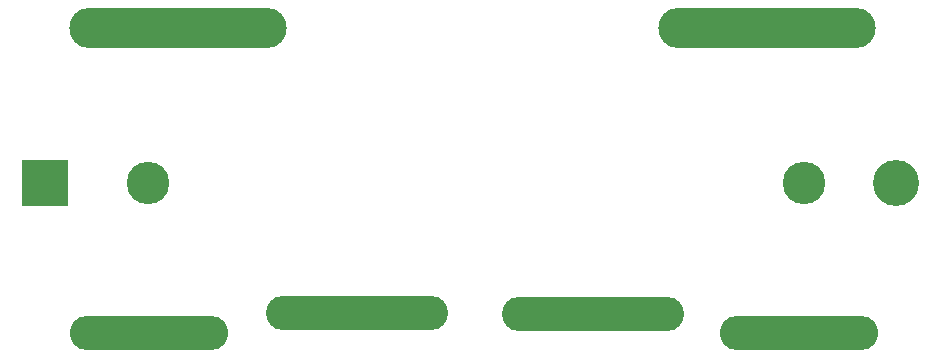
<source format=gbr>
G04 #@! TF.GenerationSoftware,KiCad,Pcbnew,5.1.4-e60b266~84~ubuntu19.04.1*
G04 #@! TF.CreationDate,2019-09-08T19:21:52+02:00*
G04 #@! TF.ProjectId,middle,6d696464-6c65-42e6-9b69-6361645f7063,rev?*
G04 #@! TF.SameCoordinates,Original*
G04 #@! TF.FileFunction,Soldermask,Bot*
G04 #@! TF.FilePolarity,Negative*
%FSLAX46Y46*%
G04 Gerber Fmt 4.6, Leading zero omitted, Abs format (unit mm)*
G04 Created by KiCad (PCBNEW 5.1.4-e60b266~84~ubuntu19.04.1) date 2019-09-08 19:21:52*
%MOMM*%
%LPD*%
G04 APERTURE LIST*
%ADD10O,15.400000X2.900000*%
%ADD11O,18.400000X3.400000*%
%ADD12O,13.400000X2.900000*%
%ADD13C,3.600000*%
%ADD14R,3.900000X3.900000*%
%ADD15C,3.900000*%
G04 APERTURE END LIST*
D10*
X10000000Y18350000D03*
D11*
X24750000Y42550000D03*
D10*
X-10000000Y18400000D03*
D11*
X-25150000Y42550000D03*
D12*
X27450000Y16700000D03*
X-27600000Y16700000D03*
D13*
X27905000Y29400000D03*
X-27705000Y29400000D03*
D14*
X-36350000Y29400000D03*
D15*
X35650000Y29400000D03*
M02*

</source>
